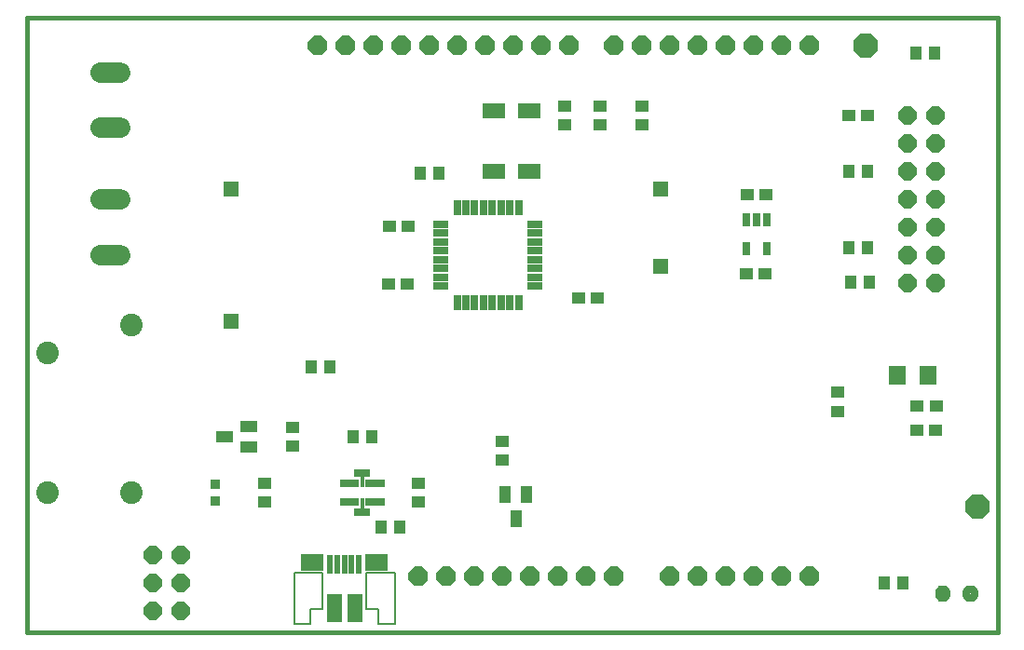
<source format=gbs>
G75*
%MOIN*%
%OFA0B0*%
%FSLAX25Y25*%
%IPPOS*%
%LPD*%
%AMOC8*
5,1,8,0,0,1.08239X$1,22.5*
%
%ADD10C,0.01600*%
%ADD11R,0.05912X0.06699*%
%ADD12R,0.04731X0.04337*%
%ADD13R,0.04337X0.04731*%
%ADD14R,0.02565X0.05124*%
%ADD15R,0.07880X0.05518*%
%ADD16OC8,0.08900*%
%ADD17OC8,0.07000*%
%ADD18C,0.07450*%
%ADD19OC8,0.06400*%
%ADD20R,0.02600X0.05400*%
%ADD21R,0.05400X0.02600*%
%ADD22R,0.01975X0.07132*%
%ADD23R,0.08274X0.06148*%
%ADD24R,0.05813X0.10243*%
%ADD25C,0.00500*%
%ADD26C,0.01120*%
%ADD27R,0.01521X0.03156*%
%ADD28R,0.05550X0.05550*%
%ADD29R,0.03550X0.03550*%
%ADD30R,0.05912X0.04337*%
%ADD31R,0.04337X0.05912*%
%ADD32C,0.08077*%
D10*
X0001800Y0005000D02*
X0349300Y0005000D01*
X0349300Y0225000D01*
X0001800Y0225000D01*
X0001800Y0005000D01*
D11*
X0313332Y0097154D03*
X0324356Y0097154D03*
D12*
X0327108Y0085946D03*
X0320415Y0085946D03*
X0320381Y0077321D03*
X0327073Y0077321D03*
X0291800Y0084154D03*
X0291800Y0090846D03*
X0265919Y0133183D03*
X0259226Y0133183D03*
X0259468Y0161705D03*
X0266161Y0161705D03*
X0295954Y0190000D03*
X0302646Y0190000D03*
X0221800Y0186654D03*
X0221800Y0193346D03*
X0206800Y0193346D03*
X0206800Y0186654D03*
X0194300Y0186654D03*
X0194300Y0193346D03*
X0138269Y0150262D03*
X0131576Y0150262D03*
X0131251Y0129552D03*
X0137944Y0129552D03*
X0199376Y0124552D03*
X0206069Y0124552D03*
X0171800Y0073346D03*
X0171800Y0066654D03*
X0141800Y0058346D03*
X0141800Y0051654D03*
X0096800Y0071654D03*
X0096800Y0078346D03*
X0086800Y0058346D03*
X0086800Y0051654D03*
D13*
X0118454Y0075000D03*
X0125146Y0075000D03*
X0110146Y0100000D03*
X0103454Y0100000D03*
X0128454Y0042500D03*
X0135146Y0042500D03*
X0296690Y0130435D03*
X0303383Y0130435D03*
X0302646Y0142500D03*
X0295954Y0142500D03*
X0295954Y0170000D03*
X0302646Y0170000D03*
X0319799Y0212375D03*
X0326492Y0212375D03*
X0149410Y0169366D03*
X0142717Y0169366D03*
X0308454Y0022500D03*
X0315146Y0022500D03*
D14*
X0266742Y0142310D03*
X0259262Y0142310D03*
X0259262Y0152547D03*
X0263002Y0152547D03*
X0266742Y0152547D03*
D15*
X0181550Y0169881D03*
X0168952Y0169881D03*
X0168952Y0191535D03*
X0181550Y0191535D03*
D16*
X0301800Y0215000D03*
X0341800Y0050000D03*
D17*
X0281800Y0025000D03*
X0271800Y0025000D03*
X0261800Y0025000D03*
X0251800Y0025000D03*
X0241800Y0025000D03*
X0231800Y0025000D03*
X0211800Y0025000D03*
X0201800Y0025000D03*
X0191800Y0025000D03*
X0181800Y0025000D03*
X0171800Y0025000D03*
X0161800Y0025000D03*
X0151800Y0025000D03*
X0141800Y0025000D03*
X0145800Y0215000D03*
X0155800Y0215000D03*
X0165800Y0215000D03*
X0175800Y0215000D03*
X0185800Y0215000D03*
X0195800Y0215000D03*
X0211800Y0215000D03*
X0221800Y0215000D03*
X0231800Y0215000D03*
X0241800Y0215000D03*
X0251800Y0215000D03*
X0261800Y0215000D03*
X0271800Y0215000D03*
X0281800Y0215000D03*
X0135800Y0215000D03*
X0125800Y0215000D03*
X0115800Y0215000D03*
X0105800Y0215000D03*
D18*
X0035325Y0205236D02*
X0028275Y0205236D01*
X0028275Y0185551D02*
X0035325Y0185551D01*
X0035325Y0159843D02*
X0028275Y0159843D01*
X0028275Y0140157D02*
X0035325Y0140157D01*
D19*
X0046800Y0032500D03*
X0056800Y0032500D03*
X0056800Y0022500D03*
X0046800Y0022500D03*
X0046800Y0012500D03*
X0056800Y0012500D03*
X0316800Y0130000D03*
X0326800Y0130000D03*
X0326800Y0140000D03*
X0316800Y0140000D03*
X0316800Y0150000D03*
X0326800Y0150000D03*
X0326800Y0160000D03*
X0316800Y0160000D03*
X0316800Y0170000D03*
X0326800Y0170000D03*
X0326800Y0180000D03*
X0316800Y0180000D03*
X0316800Y0190000D03*
X0326800Y0190000D03*
D20*
X0177824Y0156900D03*
X0174674Y0156900D03*
X0171524Y0156900D03*
X0168375Y0156900D03*
X0165225Y0156900D03*
X0162076Y0156900D03*
X0158926Y0156900D03*
X0155776Y0156900D03*
X0155776Y0123100D03*
X0158926Y0123100D03*
X0162076Y0123100D03*
X0165225Y0123100D03*
X0168375Y0123100D03*
X0171524Y0123100D03*
X0174674Y0123100D03*
X0177824Y0123100D03*
D21*
X0183700Y0128976D03*
X0183700Y0132126D03*
X0183700Y0135276D03*
X0183700Y0138425D03*
X0183700Y0141575D03*
X0183700Y0144724D03*
X0183700Y0147874D03*
X0183700Y0151024D03*
X0149900Y0151024D03*
X0149900Y0147874D03*
X0149900Y0144724D03*
X0149900Y0141575D03*
X0149900Y0138425D03*
X0149900Y0135276D03*
X0149900Y0132126D03*
X0149900Y0128976D03*
D22*
X0120580Y0029449D03*
X0118020Y0029449D03*
X0115461Y0029449D03*
X0112902Y0029449D03*
X0110343Y0029449D03*
D23*
X0104044Y0029961D03*
X0126879Y0029961D03*
D24*
X0119152Y0013583D03*
X0111770Y0013583D03*
D25*
X0107656Y0013268D02*
X0107656Y0026339D01*
X0097519Y0026339D01*
X0097519Y0016142D01*
X0097525Y0016178D01*
X0097525Y0007871D01*
X0103365Y0007835D01*
X0103365Y0013268D01*
X0107656Y0013268D01*
X0123335Y0013268D02*
X0123335Y0026339D01*
X0133473Y0026339D01*
X0133473Y0016142D01*
X0133481Y0016142D01*
X0133481Y0007835D01*
X0127627Y0007835D01*
X0127627Y0013268D01*
X0123335Y0013268D01*
D26*
X0329718Y0017337D02*
X0330278Y0016777D01*
X0328422Y0016777D01*
X0327111Y0018088D01*
X0327111Y0019944D01*
X0328422Y0021255D01*
X0330278Y0021255D01*
X0331589Y0019944D01*
X0331589Y0018088D01*
X0330278Y0016777D01*
X0329930Y0017617D01*
X0328770Y0017617D01*
X0327951Y0018436D01*
X0327951Y0019596D01*
X0328770Y0020415D01*
X0329930Y0020415D01*
X0330749Y0019596D01*
X0330749Y0018436D01*
X0329930Y0017617D01*
X0329582Y0018457D01*
X0329118Y0018457D01*
X0328791Y0018784D01*
X0328791Y0019248D01*
X0329118Y0019575D01*
X0329582Y0019575D01*
X0329909Y0019248D01*
X0329909Y0018784D01*
X0329582Y0018457D01*
X0339618Y0017337D02*
X0340178Y0016777D01*
X0338322Y0016777D01*
X0337011Y0018088D01*
X0337011Y0019944D01*
X0338322Y0021255D01*
X0340178Y0021255D01*
X0341489Y0019944D01*
X0341489Y0018088D01*
X0340178Y0016777D01*
X0339830Y0017617D01*
X0338670Y0017617D01*
X0337851Y0018436D01*
X0337851Y0019596D01*
X0338670Y0020415D01*
X0339830Y0020415D01*
X0340649Y0019596D01*
X0340649Y0018436D01*
X0339830Y0017617D01*
X0339482Y0018457D01*
X0339018Y0018457D01*
X0338691Y0018784D01*
X0338691Y0019248D01*
X0339018Y0019575D01*
X0339482Y0019575D01*
X0339809Y0019248D01*
X0339809Y0018784D01*
X0339482Y0018457D01*
D27*
X0129133Y0051753D03*
X0128059Y0051753D03*
X0126975Y0051753D03*
X0125910Y0051751D03*
X0124838Y0051751D03*
X0123769Y0051752D03*
X0121800Y0051752D03*
X0121800Y0049796D03*
X0121798Y0047921D03*
X0120733Y0047919D03*
X0119661Y0047919D03*
X0122882Y0047921D03*
X0123957Y0047921D03*
X0119831Y0051752D03*
X0118743Y0051752D03*
X0117668Y0051752D03*
X0116584Y0051752D03*
X0115519Y0051750D03*
X0114447Y0051750D03*
X0114488Y0058240D03*
X0115559Y0058240D03*
X0116624Y0058243D03*
X0117708Y0058243D03*
X0118783Y0058243D03*
X0119831Y0058248D03*
X0121800Y0058248D03*
X0123769Y0058248D03*
X0124827Y0058233D03*
X0125898Y0058233D03*
X0126964Y0058235D03*
X0128048Y0058235D03*
X0129122Y0058235D03*
X0123957Y0062076D03*
X0122882Y0062076D03*
X0121798Y0062076D03*
X0120733Y0062074D03*
X0119661Y0062074D03*
X0121798Y0060445D03*
D28*
X0075028Y0116378D03*
X0075028Y0163622D03*
X0228572Y0163622D03*
X0228572Y0136063D03*
D29*
X0069300Y0057953D03*
X0069300Y0052047D03*
D30*
X0081131Y0071260D03*
X0072469Y0075000D03*
X0081131Y0078740D03*
D31*
X0173060Y0054331D03*
X0180540Y0054331D03*
X0176800Y0045669D03*
D32*
X0039300Y0054921D03*
X0009300Y0054921D03*
X0009300Y0104921D03*
X0039300Y0114921D03*
M02*

</source>
